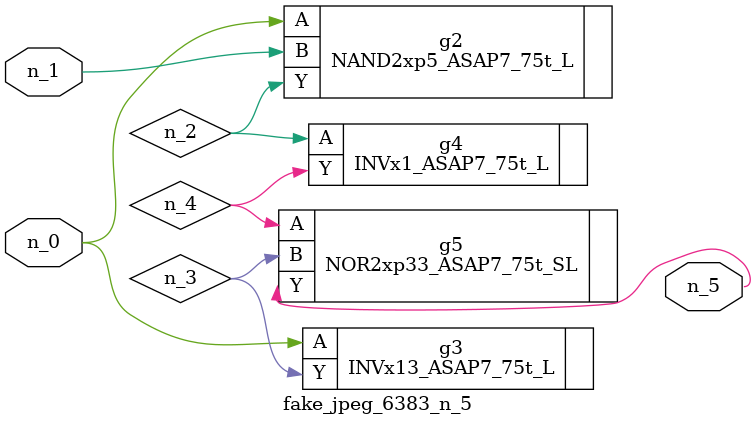
<source format=v>
module fake_jpeg_6383_n_5 (n_0, n_1, n_5);

input n_0;
input n_1;

output n_5;

wire n_3;
wire n_2;
wire n_4;

NAND2xp5_ASAP7_75t_L g2 ( 
.A(n_0),
.B(n_1),
.Y(n_2)
);

INVx13_ASAP7_75t_L g3 ( 
.A(n_0),
.Y(n_3)
);

INVx1_ASAP7_75t_L g4 ( 
.A(n_2),
.Y(n_4)
);

NOR2xp33_ASAP7_75t_SL g5 ( 
.A(n_4),
.B(n_3),
.Y(n_5)
);


endmodule
</source>
